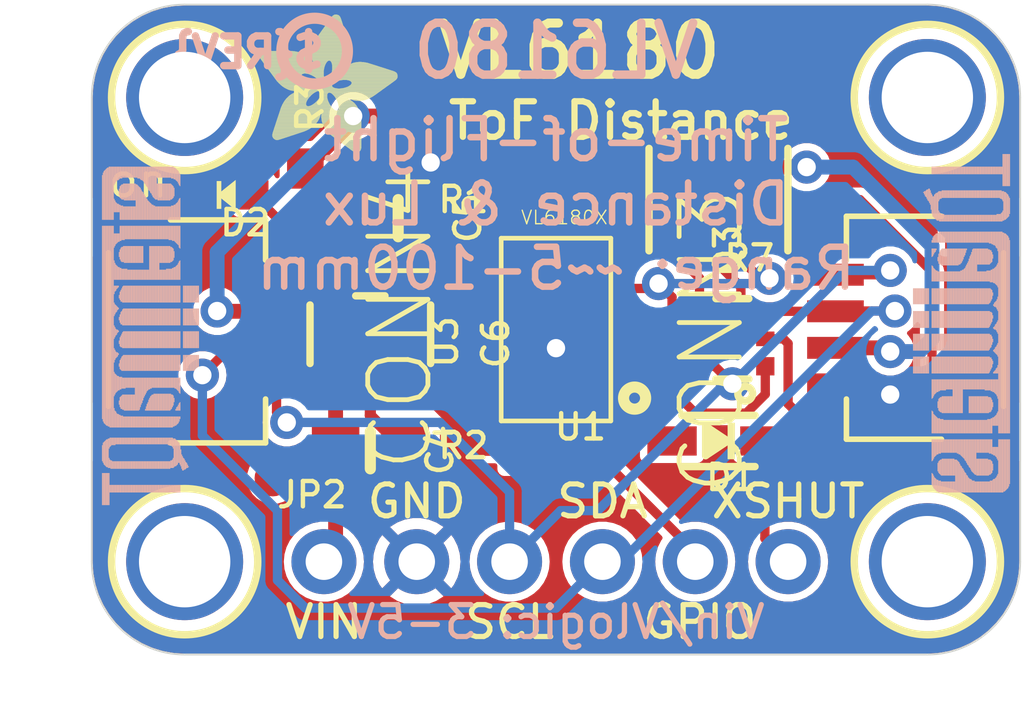
<source format=kicad_pcb>
(kicad_pcb (version 20221018) (generator pcbnew)
  (layers (0 "F.Cu" signal) (31 "B.Cu" signal) (34 "B.Paste" user) (35 "F.Paste" user) (36 "B.SilkS" user "B.Silkscreen") (37 "F.SilkS" user "F.Silkscreen") (38 "B.Mask" user) (39 "F.Mask" user) (44 "Edge.Cuts" user))
  (net 0 "")
  (net 1 "SDA")
  (net 2 "SCL")
  (net 3 "GND")
  (net 4 "GPIO")
  (net 5 "XSHUT")
  (net 6 "XSHUT_2.8V")
  (net 7 "2.8V")
  (net 8 "SCL_3V")
  (net 9 "SDA_3V")
  (net 10 "VCC")
  (net 11 "N$1")
  (footprint "working:0805-NO" (layer "F.Cu") (at 143.4211 108.3056)
    (fp_text reference "C4" (at 1.905 -0.762 90) (layer "F.SilkS") (effects (font (size 0.692831 0.692831) (thickness 0.119969)) (justify right)))
    (fp_text value "10uF")
    (pad "1" smd rect (at -0.95 0) (size 1.3 1.5) (layers "F.Cu" "F.Paste" "F.Mask") (net 10 "VCC"))
    (pad "2" smd rect (at 0.95 0) (size 1.3 1.5) (layers "F.Cu" "F.Paste" "F.Mask") (net 3 "GND"))
  )
  (footprint "working:CHIPLED_0603_NOOUTLINE" (layer "F.Cu") (at 139.4841 101.3206 90)
    (fp_text reference "D2" (at -0.762 1.27) (layer "F.SilkS") (effects (font (size 0.692831 0.692831) (thickness 0.119969)) (justify right)))
    (fp_text value "GREEN")
    (pad "A" smd rect (at 0 0.75 90) (size 0.8 0.8) (layers "F.Cu" "F.Paste" "F.Mask") (net 11 "N$1"))
    (pad "C" smd rect (at 0 -0.75 90) (size 0.8 0.8) (layers "F.Cu" "F.Paste" "F.Mask") (net 3 "GND"))
  )
  (footprint "working:0603-NO" (layer "F.Cu") (at 148.5011 101.5746 180)
    (fp_text reference "R1" (at 1.778 0.127) (layer "F.SilkS") (effects (font (size 0.692831 0.692831) (thickness 0.119969)) (justify right)))
    (fp_text value "10K")
    (pad "1" smd rect (at -0.85 0 180) (size 1.1 1) (layers "F.Cu" "F.Paste" "F.Mask") (net 6 "XSHUT_2.8V"))
    (pad "2" smd rect (at 0.85 0 180) (size 1.1 1) (layers "F.Cu" "F.Paste" "F.Mask") (net 7 "2.8V"))
  )
  (footprint "working:MOUNTINGHOLE_2.5_PLATED" (layer "F.Cu") (at 158.6611 111.3536)
    (fp_text reference "U$34" hide)
    (fp_text value "MOUNTINGHOLE2.5" hide)
    (pad "P$1" thru_hole circle (at 0 0) (size 3.2 3.2) (drill 2.5) (layers "*.Cu" "*.Mask"))
    (zone (net 0) (net_name "") (layer "F.Cu") (connect_pads (clearance 0)) (min_thickness 0.25)
      (keepout (tracks not_allowed) (vias not_allowed) (pads not_allowed) (copperpour not_allowed) (footprints allowed))
      (fill (thermal_gap 0.5) (thermal_bridge_width 0.5))
      (polygon (pts (xy 160.6771 111.3536) (xy 160.65748 111.073027) (xy 160.599004 110.797915) (xy 160.502808 110.533619) (xy 160.370765 110.285283) (xy 160.205446 110.05774) (xy 160.010067 109.85542) (xy 159.788433 109.68226) (xy 159.544856 109.541631) (xy 159.284078 109.43627) (xy 159.011175 109.368228) (xy 158.731457 109.338828) (xy 158.450371 109.348644) (xy 158.173385 109.397484) (xy 157.905893 109.484397) (xy 157.6531 109.607693) (xy 157.419926 109.76497) (xy 157.210911 109.953169) (xy 157.030122 110.168625) (xy 156.881078 110.407145) (xy 156.76668 110.664087) (xy 156.689154 110.93445) (xy 156.650011 111.212971) (xy 156.650011 111.494229) (xy 156.689154 111.77275) (xy 156.76668 112.043113) (xy 156.881078 112.300055) (xy 157.030122 112.538575) (xy 157.210911 112.754031) (xy 157.419926 112.94223) (xy 157.6531 113.099507) (xy 157.905893 113.222803) (xy 158.173385 113.309716) (xy 158.450371 113.358556) (xy 158.731457 113.368372) (xy 159.011175 113.338972) (xy 159.284078 113.27093) (xy 159.544856 113.165569) (xy 159.788433 113.02494) (xy 160.010067 112.85178) (xy 160.205446 112.64946) (xy 160.370765 112.421917) (xy 160.502808 112.173581) (xy 160.599004 111.909285) (xy 160.65748 111.634173)))
      (polygon (pts (xy 158.6451 111.3536) (xy 158.649786 111.364914) (xy 158.6611 111.3696) (xy 158.672414 111.364914) (xy 158.6771 111.3536) (xy 158.672414 111.342286) (xy 158.6611 111.3376) (xy 158.649786 111.342286)))
    )
    (zone (net 0) (net_name "") (layer "B.Cu") (connect_pads (clearance 0)) (min_thickness 0.25)
      (keepout (tracks not_allowed) (vias not_allowed) (pads not_allowed) (copperpour not_allowed) (footprints allowed))
      (fill (thermal_gap 0.5) (thermal_bridge_width 0.5))
      (polygon (pts (xy 160.6771 111.3536) (xy 160.65748 111.073027) (xy 160.599004 110.797915) (xy 160.502808 110.533619) (xy 160.370765 110.285283) (xy 160.205446 110.05774) (xy 160.010067 109.85542) (xy 159.788433 109.68226) (xy 159.544856 109.541631) (xy 159.284078 109.43627) (xy 159.011175 109.368228) (xy 158.731457 109.338828) (xy 158.450371 109.348644) (xy 158.173385 109.397484) (xy 157.905893 109.484397) (xy 157.6531 109.607693) (xy 157.419926 109.76497) (xy 157.210911 109.953169) (xy 157.030122 110.168625) (xy 156.881078 110.407145) (xy 156.76668 110.664087) (xy 156.689154 110.93445) (xy 156.650011 111.212971) (xy 156.650011 111.494229) (xy 156.689154 111.77275) (xy 156.76668 112.043113) (xy 156.881078 112.300055) (xy 157.030122 112.538575) (xy 157.210911 112.754031) (xy 157.419926 112.94223) (xy 157.6531 113.099507) (xy 157.905893 113.222803) (xy 158.173385 113.309716) (xy 158.450371 113.358556) (xy 158.731457 113.368372) (xy 159.011175 113.338972) (xy 159.284078 113.27093) (xy 159.544856 113.165569) (xy 159.788433 113.02494) (xy 160.010067 112.85178) (xy 160.205446 112.64946) (xy 160.370765 112.421917) (xy 160.502808 112.173581) (xy 160.599004 111.909285) (xy 160.65748 111.634173)))
      (polygon (pts (xy 158.6451 111.3536) (xy 158.649786 111.364914) (xy 158.6611 111.3696) (xy 158.672414 111.364914) (xy 158.6771 111.3536) (xy 158.672414 111.342286) (xy 158.6611 111.3376) (xy 158.649786 111.342286)))
    )
  )
  (footprint "working:VL6180" (layer "F.Cu") (at 148.5011 105.0036 180)
    (fp_text reference "U1" (at -1.440996 -2.665004) (layer "F.SilkS") (effects (font (size 0.692831 0.692831) (thickness 0.119969)) (justify right)))
    (fp_text value "VL6180X" (at -1.441 3.065996) (layer "F.SilkS") (effects (font (size 0.369824 0.369824) (thickness 0.036576)) (justify right)))
    (pad "1" smd rect (at -1.2 -1.875 90) (size 0.5 1) (layers "F.Cu" "F.Paste" "F.Mask") (net 4 "GPIO"))
    (pad "2" smd rect (at -1.2 -1.125 90) (size 0.5 1) (layers "F.Cu" "F.Paste" "F.Mask"))
    (pad "3" smd rect (at -1.2 -0.375 90) (size 0.5 1) (layers "F.Cu" "F.Paste" "F.Mask"))
    (pad "4" smd rect (at -1.2 0.375 90) (size 0.5 1) (layers "F.Cu" "F.Paste" "F.Mask") (net 6 "XSHUT_2.8V"))
    (pad "5" smd rect (at -1.2 1.125 90) (size 0.5 1) (layers "F.Cu" "F.Paste" "F.Mask") (net 8 "SCL_3V"))
    (pad "6" smd rect (at -1.2 1.875 90) (size 0.5 1) (layers "F.Cu" "F.Paste" "F.Mask") (net 9 "SDA_3V"))
    (pad "7" smd rect (at 1.2 1.875 90) (size 0.5 1) (layers "F.Cu" "F.Paste" "F.Mask"))
    (pad "8" smd rect (at 1.2 1.125 90) (size 0.5 1) (layers "F.Cu" "F.Paste" "F.Mask") (net 7 "2.8V"))
    (pad "9" smd rect (at 1.2 0.375 90) (size 0.5 1) (layers "F.Cu" "F.Paste" "F.Mask") (net 3 "GND"))
    (pad "10" smd rect (at 1.2 -0.375 90) (size 0.5 1) (layers "F.Cu" "F.Paste" "F.Mask") (net 7 "2.8V"))
    (pad "11" smd rect (at 1.2 -1.125 90) (size 0.5 1) (layers "F.Cu" "F.Paste" "F.Mask"))
    (pad "12" smd rect (at 1.2 -1.875 90) (size 0.5 1) (layers "F.Cu" "F.Paste" "F.Mask") (net 3 "GND"))
  )
  (footprint "working:0603-NO" (layer "F.Cu") (at 141.6431 101.4476 90)
    (fp_text reference "R3" (at 1.778 0.127 90) (layer "F.SilkS") (effects (font (size 0.692831 0.692831) (thickness 0.119969)) (justify left)))
    (fp_text value "10K")
    (pad "1" smd rect (at -0.85 0 90) (size 1.1 1) (layers "F.Cu" "F.Paste" "F.Mask") (net 11 "N$1"))
    (pad "2" smd rect (at 0.85 0 90) (size 1.1 1) (layers "F.Cu" "F.Paste" "F.Mask") (net 10 "VCC"))
  )
  (footprint "working:MOUNTINGHOLE_2.5_PLATED" (layer "F.Cu") (at 158.6611 98.6536)
    (fp_text reference "U$31" hide)
    (fp_text value "MOUNTINGHOLE2.5" hide)
    (pad "P$1" thru_hole circle (at 0 0) (size 3.2 3.2) (drill 2.5) (layers "*.Cu" "*.Mask"))
    (zone (net 0) (net_name "") (layer "F.Cu") (connect_pads (clearance 0)) (min_thickness 0.25)
      (keepout (tracks not_allowed) (vias not_allowed) (pads not_allowed) (copperpour not_allowed) (footprints allowed))
      (fill (thermal_gap 0.5) (thermal_bridge_width 0.5))
      (polygon (pts (xy 160.6771 98.6536) (xy 160.65748 98.373027) (xy 160.599004 98.097915) (xy 160.502808 97.833619) (xy 160.370765 97.585283) (xy 160.205446 97.35774) (xy 160.010067 97.15542) (xy 159.788433 96.98226) (xy 159.544856 96.841631) (xy 159.284078 96.73627) (xy 159.011175 96.668228) (xy 158.731457 96.638828) (xy 158.450371 96.648644) (xy 158.173385 96.697484) (xy 157.905893 96.784397) (xy 157.6531 96.907693) (xy 157.419926 97.06497) (xy 157.210911 97.253169) (xy 157.030122 97.468625) (xy 156.881078 97.707145) (xy 156.76668 97.964087) (xy 156.689154 98.23445) (xy 156.650011 98.512971) (xy 156.650011 98.794229) (xy 156.689154 99.07275) (xy 156.76668 99.343113) (xy 156.881078 99.600055) (xy 157.030122 99.838575) (xy 157.210911 100.054031) (xy 157.419926 100.24223) (xy 157.6531 100.399507) (xy 157.905893 100.522803) (xy 158.173385 100.609716) (xy 158.450371 100.658556) (xy 158.731457 100.668372) (xy 159.011175 100.638972) (xy 159.284078 100.57093) (xy 159.544856 100.465569) (xy 159.788433 100.32494) (xy 160.010067 100.15178) (xy 160.205446 99.94946) (xy 160.370765 99.721917) (xy 160.502808 99.473581) (xy 160.599004 99.209285) (xy 160.65748 98.934173)))
      (polygon (pts (xy 158.6451 98.6536) (xy 158.649786 98.664914) (xy 158.6611 98.6696) (xy 158.672414 98.664914) (xy 158.6771 98.6536) (xy 158.672414 98.642286) (xy 158.6611 98.6376) (xy 158.649786 98.642286)))
    )
    (zone (net 0) (net_name "") (layer "B.Cu") (connect_pads (clearance 0)) (min_thickness 0.25)
      (keepout (tracks not_allowed) (vias not_allowed) (pads not_allowed) (copperpour not_allowed) (footprints allowed))
      (fill (thermal_gap 0.5) (thermal_bridge_width 0.5))
      (polygon (pts (xy 160.6771 98.6536) (xy 160.65748 98.373027) (xy 160.599004 98.097915) (xy 160.502808 97.833619) (xy 160.370765 97.585283) (xy 160.205446 97.35774) (xy 160.010067 97.15542) (xy 159.788433 96.98226) (xy 159.544856 96.841631) (xy 159.284078 96.73627) (xy 159.011175 96.668228) (xy 158.731457 96.638828) (xy 158.450371 96.648644) (xy 158.173385 96.697484) (xy 157.905893 96.784397) (xy 157.6531 96.907693) (xy 157.419926 97.06497) (xy 157.210911 97.253169) (xy 157.030122 97.468625) (xy 156.881078 97.707145) (xy 156.76668 97.964087) (xy 156.689154 98.23445) (xy 156.650011 98.512971) (xy 156.650011 98.794229) (xy 156.689154 99.07275) (xy 156.76668 99.343113) (xy 156.881078 99.600055) (xy 157.030122 99.838575) (xy 157.210911 100.054031) (xy 157.419926 100.24223) (xy 157.6531 100.399507) (xy 157.905893 100.522803) (xy 158.173385 100.609716) (xy 158.450371 100.658556) (xy 158.731457 100.668372) (xy 159.011175 100.638972) (xy 159.284078 100.57093) (xy 159.544856 100.465569) (xy 159.788433 100.32494) (xy 160.010067 100.15178) (xy 160.205446 99.94946) (xy 160.370765 99.721917) (xy 160.502808 99.473581) (xy 160.599004 99.209285) (xy 160.65748 98.934173)))
      (polygon (pts (xy 158.6451 98.6536) (xy 158.649786 98.664914) (xy 158.6611 98.6696) (xy 158.672414 98.664914) (xy 158.6771 98.6536) (xy 158.672414 98.642286) (xy 158.6611 98.6376) (xy 158.649786 98.642286)))
    )
  )
  (footprint "working:SOT363" (layer "F.Cu") (at 153.3271 105.2576 90)
    (fp_text reference "Q3" (at 1.651 -0.127 90) (layer "F.SilkS") (effects (font (size 0.692831 0.692831) (thickness 0.119969)) (justify left)))
    (fp_text value "BSS138")
    (pad "1" smd rect (at -0.75 0.9 90) (size 0.5 0.5) (layers "F.Cu" "F.Paste" "F.Mask") (net 8 "SCL_3V"))
    (pad "2" smd rect (at 0 0.9 90) (size 0.4 0.5) (layers "F.Cu" "F.Paste" "F.Mask") (net 7 "2.8V"))
    (pad "3" smd rect (at 0.75 0.9 90) (size 0.5 0.5) (layers "F.Cu" "F.Paste" "F.Mask") (net 1 "SDA"))
    (pad "4" smd rect (at 0.75 -0.9 90) (size 0.5 0.5) (layers "F.Cu" "F.Paste" "F.Mask") (net 9 "SDA_3V"))
    (pad "5" smd rect (at 0 -0.9 90) (size 0.4 0.5) (layers "F.Cu" "F.Paste" "F.Mask") (net 7 "2.8V"))
    (pad "6" smd rect (at -0.75 -0.9 90) (size 0.5 0.5) (layers "F.Cu" "F.Paste" "F.Mask") (net 2 "SCL"))
  )
  (footprint "working:ADAFRUIT_3.5MM" (layer "F.Cu") (at 140.3731 100.1776)
    (fp_text reference "U$36" hide)
    (fp_text value "" hide)
  )
  (footprint "working:JST_SH4" (layer "F.Cu") (at 158.6611 105.0036 90)
    (fp_text reference "CONN3" (at -4.6 -5.9 90) (layer "F.SilkS") (effects (font (size 1.647139 1.647139) (thickness 0.130861)) (justify left)))
    (fp_text value "STEMMA_I2C_QT" hide)
    (pad "1" smd rect (at -1.5 -2.514 180) (size 1.55 0.6) (layers "F.Cu" "F.Paste" "F.Mask") (net 3 "GND"))
    (pad "2" smd rect (at -0.5 -2.514 180) (size 1.55 0.6) (layers "F.Cu" "F.Paste" "F.Mask") (net 10 "VCC"))
    (pad "3" smd rect (at 0.5 -2.514 180) (size 1.55 0.6) (layers "F.Cu" "F.Paste" "F.Mask") (net 1 "SDA"))
    (pad "4" smd rect (at 1.5 -2.514 180) (size 1.55 0.6) (layers "F.Cu" "F.Paste" "F.Mask") (net 2 "SCL"))
    (pad "MT1" smd rect (at -2.8 1.386 180) (size 1.8 1.2) (layers "F.Cu" "F.Paste" "F.Mask"))
    (pad "MT2" smd rect (at 2.8 1.386 180) (size 1.8 1.2) (layers "F.Cu" "F.Paste" "F.Mask"))
  )
  (footprint "working:1X06_ROUND_70" (layer "F.Cu") (at 148.5011 111.3536)
    (fp_text reference "JP2" (at -7.6962 -1.8288) (layer "F.SilkS") (effects (font (size 0.692831 0.692831) (thickness 0.119969)) (justify left)))
    (fp_text value "")
    (pad "1" thru_hole circle (at -6.35 0 90) (size 1.778 1.778) (drill 1) (layers "*.Cu" "*.Mask") (net 10 "VCC"))
    (pad "2" thru_hole circle (at -3.81 0 90) (size 1.778 1.778) (drill 1) (layers "*.Cu" "*.Mask") (net 3 "GND"))
    (pad "3" thru_hole circle (at -1.27 0 90) (size 1.778 1.778) (drill 1) (layers "*.Cu" "*.Mask") (net 2 "SCL"))
    (pad "4" thru_hole circle (at 1.27 0 90) (size 1.778 1.778) (drill 1) (layers "*.Cu" "*.Mask") (net 1 "SDA"))
    (pad "5" thru_hole circle (at 3.81 0 90) (size 1.778 1.778) (drill 1) (layers "*.Cu" "*.Mask") (net 4 "GPIO"))
    (pad "6" thru_hole circle (at 6.35 0 90) (size 1.778 1.778) (drill 1) (layers "*.Cu" "*.Mask") (net 5 "XSHUT"))
  )
  (footprint "working:RESPACK_4X0603" (layer "F.Cu") (at 152.9461 101.4476 180)
    (fp_text reference "R7" (at -1.6 -1.6) (layer "F.SilkS") (effects (font (size 0.692831 0.692831) (thickness 0.119969)) (justify right)))
    (fp_text value "10K")
    (pad "1" smd rect (at -1.3 0.85 180) (size 0.45 0.9) (layers "F.Cu" "F.Paste" "F.Mask") (net 10 "VCC"))
    (pad "2" smd rect (at -0.4 0.85 180) (size 0.45 0.9) (layers "F.Cu" "F.Paste" "F.Mask") (net 7 "2.8V"))
    (pad "3" smd rect (at 0.4 0.85 180) (size 0.45 0.9) (layers "F.Cu" "F.Paste" "F.Mask") (net 10 "VCC"))
    (pad "4" smd rect (at 1.3 0.85 180) (size 0.45 0.9) (layers "F.Cu" "F.Paste" "F.Mask") (net 7 "2.8V"))
    (pad "5" smd rect (at 1.3 -0.85 180) (size 0.45 0.9) (layers "F.Cu" "F.Paste" "F.Mask") (net 9 "SDA_3V"))
    (pad "6" smd rect (at 0.4 -0.85 180) (size 0.45 0.9) (layers "F.Cu" "F.Paste" "F.Mask") (net 1 "SDA"))
    (pad "7" smd rect (at -0.4 -0.85 180) (size 0.45 0.9) (layers "F.Cu" "F.Paste" "F.Mask") (net 8 "SCL_3V"))
    (pad "8" smd rect (at -1.3 -0.85 180) (size 0.45 0.9) (layers "F.Cu" "F.Paste" "F.Mask") (net 2 "SCL"))
  )
  (footprint "working:FIDUCIAL_1MM" (layer "F.Cu") (at 140.7541 109.0676)
    (fp_text reference "FID1" hide)
    (fp_text value "FIDUCIAL_1MM" hide)
    (pad "1" smd roundrect (at 0 0) (size 1 1) (layers "F.Cu" "F.Mask") (roundrect_rratio 0.5))
  )
  (footprint "working:JST_SH4" (layer "F.Cu") (at 138.3411 105.0036 -90)
    (fp_text reference "CONN4" (at -4.6 -5.9 90) (layer "F.SilkS") (effects (font (size 1.647139 1.647139) (thickness 0.130861)) (justify right)))
    (fp_text value "STEMMA_I2C_QT" hide)
    (pad "1" smd rect (at -1.5 -2.514) (size 1.55 0.6) (layers "F.Cu" "F.Paste" "F.Mask") (net 3 "GND"))
    (pad "2" smd rect (at -0.5 -2.514) (size 1.55 0.6) (layers "F.Cu" "F.Paste" "F.Mask") (net 10 "VCC"))
    (pad "3" smd rect (at 0.5 -2.514) (size 1.55 0.6) (layers "F.Cu" "F.Paste" "F.Mask") (net 1 "SDA"))
    (pad "4" smd rect (at 1.5 -2.514) (size 1.55 0.6) (layers "F.Cu" "F.Paste" "F.Mask") (net 2 "SCL"))
    (pad "MT1" smd rect (at -2.8 1.386) (size 1.8 1.2) (layers "F.Cu" "F.Paste" "F.Mask"))
    (pad "MT2" smd rect (at 2.8 1.386) (size 1.8 1.2) (layers "F.Cu" "F.Paste" "F.Mask"))
  )
  (footprint "working:0603-NO" (layer "F.Cu") (at 145.9611 105.3846 -90)
    (fp_text reference "C6" (at -0.762 -0.889 90) (layer "F.SilkS") (effects (font (size 0.692831 0.692831) (thickness 0.119969)) (justify right)))
    (fp_text value "0.1uF")
    (pad "1" smd rect (at -0.85 0 270) (size 1.1 1) (layers "F.Cu" "F.Paste" "F.Mask") (net 7 "2.8V"))
    (pad "2" smd rect (at 0.85 0 270) (size 1.1 1) (layers "F.Cu" "F.Paste" "F.Mask") (net 3 "GND"))
  )
  (footprint "working:FIDUCIAL_1MM" (layer "F.Cu") (at 155.3591 97.3836)
    (fp_text reference "FID4" hide)
    (fp_text value "FIDUCIAL_1MM" hide)
    (pad "1" smd roundrect (at 0 0) (size 1 1) (layers "F.Cu" "F.Mask") (roundrect_rratio 0.5))
  )
  (footprint "working:0603-NO" (layer "F.Cu") (at 148.5011 108.3056 180)
    (fp_text reference "R2" (at 1.778 0.127) (layer "F.SilkS") (effects (font (size 0.692831 0.692831) (thickness 0.119969)) (justify right)))
    (fp_text value "10K")
    (pad "1" smd rect (at -0.85 0 180) (size 1.1 1) (layers "F.Cu" "F.Paste" "F.Mask") (net 4 "GPIO"))
    (pad "2" smd rect (at 0.85 0 180) (size 1.1 1) (layers "F.Cu" "F.Paste" "F.Mask") (net 7 "2.8V"))
  )
  (footprint "working:MOUNTINGHOLE_2.5_PLATED" (layer "F.Cu") (at 138.3411 98.6536)
    (fp_text reference "U$30" hide)
    (fp_text value "MOUNTINGHOLE2.5" hide)
    (pad "P$1" thru_hole circle (at 0 0) (size 3.2 3.2) (drill 2.5) (layers "*.Cu" "*.Mask"))
    (zone (net 0) (net_name "") (layer "F.Cu") (connect_pads (clearance 0)) (min_thickness 0.25)
      (keepout (tracks not_allowed) (vias not_allowed) (pads not_allowed) (copperpour not_allowed) (footprints allowed))
      (fill (thermal_gap 0.5) (thermal_bridge_width 0.5))
      (polygon (pts (xy 140.3571 98.6536) (xy 140.33748 98.373027) (xy 140.279004 98.097915) (xy 140.182808 97.833619) (xy 140.050765 97.585283) (xy 139.885446 97.35774) (xy 139.690067 97.15542) (xy 139.468433 96.98226) (xy 139.224856 96.841631) (xy 138.964078 96.73627) (xy 138.691175 96.668228) (xy 138.411457 96.638828) (xy 138.130371 96.648644) (xy 137.853385 96.697484) (xy 137.585893 96.784397) (xy 137.3331 96.907693) (xy 137.099926 97.06497) (xy 136.890911 97.253169) (xy 136.710122 97.468625) (xy 136.561078 97.707145) (xy 136.44668 97.964087) (xy 136.369154 98.23445) (xy 136.330011 98.512971) (xy 136.330011 98.794229) (xy 136.369154 99.07275) (xy 136.44668 99.343113) (xy 136.561078 99.600055) (xy 136.710122 99.838575) (xy 136.890911 100.054031) (xy 137.099926 100.24223) (xy 137.3331 100.399507) (xy 137.585893 100.522803) (xy 137.853385 100.609716) (xy 138.130371 100.658556) (xy 138.411457 100.668372) (xy 138.691175 100.638972) (xy 138.964078 100.57093) (xy 139.224856 100.465569) (xy 139.468433 100.32494) (xy 139.690067 100.15178) (xy 139.885446 99.94946) (xy 140.050765 99.721917) (xy 140.182808 99.473581) (xy 140.279004 99.209285) (xy 140.33748 98.934173)))
      (polygon (pts (xy 138.3251 98.6536) (xy 138.329786 98.664914) (xy 138.3411 98.6696) (xy 138.352414 98.664914) (xy 138.3571 98.6536) (xy 138.352414 98.642286) (xy 138.3411 98.6376) (xy 138.329786 98.642286)))
    )
    (zone (net 0) (net_name "") (layer "B.Cu") (connect_pads (clearance 0)) (min_thickness 0.25)
      (keepout (tracks not_allowed) (vias not_allowed) (pads not_allowed) (copperpour not_allowed) (footprints allowed))
      (fill (thermal_gap 0.5) (thermal_bridge_width 0.5))
      (polygon (pts (xy 140.3571 98.6536) (xy 140.33748 98.373027) (xy 140.279004 98.097915) (xy 140.182808 97.833619) (xy 140.050765 97.585283) (xy 139.885446 97.35774) (xy 139.690067 97.15542) (xy 139.468433 96.98226) (xy 139.224856 96.841631) (xy 138.964078 96.73627) (xy 138.691175 96.668228) (xy 138.411457 96.638828) (xy 138.130371 96.648644) (xy 137.853385 96.697484) (xy 137.585893 96.784397) (xy 137.3331 96.907693) (xy 137.099926 97.06497) (xy 136.890911 97.253169) (xy 136.710122 97.468625) (xy 136.561078 97.707145) (xy 136.44668 97.964087) (xy 136.369154 98.23445) (xy 136.330011 98.512971) (xy 136.330011 98.794229) (xy 136.369154 99.07275) (xy 136.44668 99.343113) (xy 136.561078 99.600055) (xy 136.710122 99.838575) (xy 136.890911 100.054031) (xy 137.099926 100.24223) (xy 137.3331 100.399507) (xy 137.585893 100.522803) (xy 137.853385 100.609716) (xy 138.130371 100.658556) (xy 138.411457 100.668372) (xy 138.691175 100.638972) (xy 138.964078 100.57093) (xy 139.224856 100.465569) (xy 139.468433 100.32494) (xy 139.690067 100.15178) (xy 139.885446 99.94946) (xy 140.050765 99.721917) (xy 140.182808 99.473581) (xy 140.279004 99.209285) (xy 140.33748 98.934173)))
      (polygon (pts (xy 138.3251 98.6536) (xy 138.329786 98.664914) (xy 138.3411 98.6696) (xy 138.352414 98.664914) (xy 138.3571 98.6536) (xy 138.352414 98.642286) (xy 138.3411 98.6376) (xy 138.329786 98.642286)))
    )
  )
  (footprint "working:SOD-323" (layer "F.Cu") (at 152.9461 108.0516 180)
    (fp_text reference "D1" (at -1.1 -1) (layer "F.SilkS") (effects (font (size 0.692831 0.692831) (thickness 0.119969)) (justify right)))
    (fp_text value "1N4148")
    (pad "A" smd rect (at 1.27 0 180) (size 1.35 0.8) (layers "F.Cu" "F.Paste" "F.Mask") (net 6 "XSHUT_2.8V"))
    (pad "C" smd rect (at -1.27 0 180) (size 1.35 0.8) (layers "F.Cu" "F.Paste" "F.Mask") (net 5 "XSHUT"))
  )
  (footprint "working:0805-NO" (layer "F.Cu") (at 144.1831 101.9556)
    (fp_text reference "C5" (at 1.905 -0.762 90) (layer "F.SilkS") (effects (font (size 0.692831 0.692831) (thickness 0.119969)) (justify right)))
    (fp_text value "10uF")
    (pad "1" smd rect (at -0.95 0) (size 1.3 1.5) (layers "F.Cu" "F.Paste" "F.Mask") (net 7 "2.8V"))
    (pad "2" smd rect (at 0.95 0) (size 1.3 1.5) (layers "F.Cu" "F.Paste" "F.Mask") (net 3 "GND"))
  )
  (footprint "working:SOT23-5" (layer "F.Cu") (at 143.4211 105.1306)
    (fp_text reference "U3" (at 2.032 -0.562 90) (layer "F.SilkS") (effects (font (size 0.692831 0.692831) (thickness 0.119969)) (justify right)))
    (fp_text value "LP5907-2.8V")
    (pad "1" smd rect (at -0.95 1.3001) (size 0.55 1.2) (layers "F.Cu" "F.Paste" "F.Mask") (net 10 "VCC"))
    (pad "2" smd rect (at 0 1.3001) (size 0.55 1.2) (layers "F.Cu" "F.Paste" "F.Mask") (net 3 "GND"))
    (pad "3" smd rect (at 0.95 1.3001) (size 0.55 1.2) (layers "F.Cu" "F.Paste" "F.Mask") (net 10 "VCC"))
    (pad "4" smd rect (at 0.95 -1.3001) (size 0.55 1.2) (layers "F.Cu" "F.Paste" "F.Mask"))
    (pad "5" smd rect (at -0.95 -1.3001) (size 0.55 1.2) (layers "F.Cu" "F.Paste" "F.Mask") (net 7 "2.8V"))
  )
  (footprint "working:MOUNTINGHOLE_2.5_PLATED" (layer "F.Cu") (at 138.3411 111.3536)
    (fp_text reference "U$33" hide)
    (fp_text value "MOUNTINGHOLE2.5" hide)
    (pad "P$1" thru_hole circle (at 0 0) (size 3.2 3.2) (drill 2.5) (layers "*.Cu" "*.Mask"))
    (zone (net 0) (net_name "") (layer "F.Cu") (connect_pads (clearance 0)) (min_thickness 0.25)
      (keepout (tracks not_allowed) (vias not_allowed) (pads not_allowed) (copperpour not_allowed) (footprints allowed))
      (fill (thermal_gap 0.5) (thermal_bridge_width 0.5))
      (polygon (pts (xy 140.3571 111.3536) (xy 140.33748 111.073027) (xy 140.279004 110.797915) (xy 140.182808 110.533619) (xy 140.050765 110.285283) (xy 139.885446 110.05774) (xy 139.690067 109.85542) (xy 139.468433 109.68226) (xy 139.224856 109.541631) (xy 138.964078 109.43627) (xy 138.691175 109.368228) (xy 138.411457 109.338828) (xy 138.130371 109.348644) (xy 137.853385 109.397484) (xy 137.585893 109.484397) (xy 137.3331 109.607693) (xy 137.099926 109.76497) (xy 136.890911 109.953169) (xy 136.710122 110.168625) (xy 136.561078 110.407145) (xy 136.44668 110.664087) (xy 136.369154 110.93445) (xy 136.330011 111.212971) (xy 136.330011 111.494229) (xy 136.369154 111.77275) (xy 136.44668 112.043113) (xy 136.561078 112.300055) (xy 136.710122 112.538575) (xy 136.890911 112.754031) (xy 137.099926 112.94223) (xy 137.3331 113.099507) (xy 137.585893 113.222803) (xy 137.853385 113.309716) (xy 138.130371 113.358556) (xy 138.411457 113.368372) (xy 138.691175 113.338972) (xy 138.964078 113.27093) (xy 139.224856 113.165569) (xy 139.468433 113.02494) (xy 139.690067 112.85178) (xy 139.885446 112.64946) (xy 140.050765 112.421917) (xy 140.182808 112.173581) (xy 140.279004 111.909285) (xy 140.33748 111.634173)))
      (polygon (pts (xy 138.3251 111.3536) (xy 138.329786 111.364914) (xy 138.3411 111.3696) (xy 138.352414 111.364914) (xy 138.3571 111.3536) (xy 138.352414 111.342286) (xy 138.3411 111.3376) (xy 138.329786 111.342286)))
    )
    (zone (net 0) (net_name "") (layer "B.Cu") (connect_pads (clearance 0)) (min_thickness 0.25)
      (keepout (tracks not_allowed) (vias not_allowed) (pads not_allowed) (copperpour not_allowed) (footprints allowed))
      (fill (thermal_gap 0.5) (thermal_bridge_width 0.5))
      (polygon (pts (xy 140.3571 111.3536) (xy 140.33748 111.073027) (xy 140.279004 110.797915) (xy 140.182808 110.533619) (xy 140.050765 110.285283) (xy 139.885446 110.05774) (xy 139.690067 109.85542) (xy 139.468433 109.68226) (xy 139.224856 109.541631) (xy 138.964078 109.43627) (xy 138.691175 109.368228) (xy 138.411457 109.338828) (xy 138.130371 109.348644) (xy 137.853385 109.397484) (xy 137.585893 109.484397) (xy 137.3331 109.607693) (xy 137.099926 109.76497) (xy 136.890911 109.953169) (xy 136.710122 110.168625) (xy 136.561078 110.407145) (xy 136.44668 110.664087) (xy 136.369154 110.93445) (xy 136.330011 111.212971) (xy 136.330011 111.494229) (xy 136.369154 111.77275) (xy 136.44668 112.043113) (xy 136.561078 112.300055) (xy 136.710122 112.538575) (xy 136.890911 112.754031) (xy 137.099926 112.94223) (xy 137.3331 113.099507) (xy 137.585893 113.222803) (xy 137.853385 113.309716) (xy 138.130371 113.358556) (xy 138.411457 113.368372) (xy 138.691175 113.338972) (xy 138.964078 113.27093) (xy 139.224856 113.165569) (xy 139.468433 113.02494) (xy 139.690067 112.85178) (xy 139.885446 112.64946) (xy 140.050765 112.421917) (xy 140.182808 112.173581) (xy 140.279004 111.909285) (xy 140.33748 111.634173)))
      (polygon (pts (xy 138.3251 111.3536) (xy 138.329786 111.364914) (xy 138.3411 111.3696) (xy 138.352414 111.364914) (xy 138.3571 111.3536) (xy 138.352414 111.342286) (xy 138.3411 111.3376) (xy 138.329786 111.342286)))
    )
  )
  (footprint "working:PCBFEAT-REV-040" (layer "B.Cu") (at 141.8971 97.3836 180)
    (fp_text reference "U$37" hide)
    (fp_text value "" hide)
    (fp_text user "${REV}" (at -0.3556 -0.508) (layer "B.SilkS") (effects (font (size 0.8128 0.8128) (thickness 0.2032)) (justify left bottom mirror)))
  )
  (footprint "working:STEMMAQT" (layer "B.Cu") (at 138.7221 100.5586 -90)
    (fp_text reference "U$39" hide)
    (fp_text value "" hide)
  )
  (footprint "working:STEMMAQT" (layer "B.Cu") (at 158.2801 109.4486 90)
    (fp_text reference "U$38" hide)
    (fp_text value "" hide)
  )
  (gr_line (start 135.8011 98.6536) (end 135.8011 111.3536) (stroke (width 0.05)) (layer "Edge.Cuts"))
  (gr_line (start 158.6611 96.1136) (end 138.3411 96.1136) (stroke (width 0.05)) (layer "Edge.Cuts"))
  (gr_arc (start 158.6611 96.1136) (mid 160.457151 96.857549) (end 161.2011 98.6536) (stroke (width 0.05)) (layer "Edge.Cuts"))
  (gr_arc (start 138.3411 113.8936) (mid 136.545049 113.149651) (end 135.8011 111.3536) (stroke (width 0.05)) (layer "Edge.Cuts"))
  (gr_arc (start 135.8011 98.6536) (mid 136.545049 96.857549) (end 138.3411 96.1136) (stroke (width 0.05)) (layer "Edge.Cuts"))
  (gr_line (start 161.2011 111.3536) (end 161.2011 98.6536) (stroke (width 0.05)) (layer "Edge.Cuts"))
  (gr_line (start 138.3411 113.8936) (end 158.6611 113.8936) (stroke (width 0.05)) (layer "Edge.Cuts"))
  (gr_arc (start 161.2011 111.3536) (mid 160.457151 113.149651) (end 158.6611 113.8936) (stroke (width 0.05)) (layer "Edge.Cuts"))
  (gr_text "Vin/Vlogic: 3-5V" (at 148.5011 113.0046) (layer "B.SilkS") (effects (font (size 0.87376 0.87376) (thickness 0.14224)) (justify mirror)))
  (gr_text "Time-of-Flight\nDistance & Lux\nRange: ~~5-100mm" (at 148.5011 101.5746) (layer "B.SilkS") (effects (font (size 1.0922 1.0922) (thickness 0.1778)) (justify mirror)))
  (gr_text "VL6180" (at 148.5011 97.3836) (layer "B.SilkS") (effects (font (size 1.41986 1.41986) (thickness 0.23114)) (justify mirror)))
  (gr_text "ToF Distance" (at 150.2791 99.2886) (layer "F.SilkS") (effects (font (size 0.97155 0.97155) (thickness 0.17145))))
  (gr_text "VIN" (at 142.1511 113.0046) (layer "F.SilkS") (effects (font (size 0.87376 0.87376) (thickness 0.14224))))
  (gr_text "SCL" (at 147.2311 113.0046) (layer "F.SilkS") (effects (font (size 0.87376 0.87376) (thickness 0.14224))))
  (gr_text "SDA" (at 149.7711 109.7026) (layer "F.SilkS") (effects (font (size 0.87376 0.87376) (thickness 0.14224))))
  (gr_text "on" (at 136.1821 101.4476) (layer "F.SilkS") (effects (font (size 0.89408 0.89408) (thickness 0.12192)) (justify left bottom)))
  (gr_text "VL6180" (at 149.1361 97.3836) (layer "F.SilkS") (effects (font (size 1.40335 1.40335) (thickness 0.24765))))
  (gr_text "GPIO" (at 152.4381 113.0046) (layer "F.SilkS") (effects (font (size 0.87376 0.87376) (thickness 0.14224))))
  (gr_text "GND" (at 144.6911 109.7026) (layer "F.SilkS") (effects (font (size 0.87376 0.87376) (thickness 0.14224))))
  (gr_text "XSHUT" (at 154.8511 109.7026) (layer "F.SilkS") (effects (font (size 0.87376 0.87376) (thickness 0.14224))))
  (segment (start 154.2311 104.5036) (end 154.2271 104.5076) (width 0.254) (layer "F.Cu") (net 1))
  (segment (start 153.7201 104.5076) (end 154.2271 104.5076) (width 0.254) (layer "F.Cu") (net 1))
  (segment (start 156.1471 104.5036) (end 154.2311 104.5036) (width 0.254) (layer "F.Cu") (net 1))
  (segment (start 152.5461 102.8256) (end 153.5597 103.8392) (width 0.254) (layer "F.Cu") (net 1))
  (segment (start 156.1471 104.5036) (end 156.1551 104.4956) (width 0.254) (layer "F.Cu") (net 1))
  (segment (start 153.5597 104.3472) (end 153.7201 104.5076) (width 0.254) (layer "F.Cu") (net 1))
  (segment (start 156.1551 104.4956) (end 157.7721 104.4956) (width 0.254) (layer "F.Cu") (net 1))
  (segment (start 152.5461 102.2976) (end 152.5461 102.8256) (width 0.254) (layer "F.Cu") (net 1))
  (segment (start 139.573887 105.5036) (end 138.826493 106.250994) (width 0.254) (layer "F.Cu") (net 1))
  (segment (start 140.8551 105.5036) (end 139.573887 105.5036) (width 0.254) (layer "F.Cu") (net 1))
  (segment (start 153.5597 103.8392) (end 153.5597 104.3472) (width 0.254) (layer "F.Cu") (net 1))
  (via (at 138.826493 106.250994) (size 0.9064) (drill 0.5) (layers "F.Cu" "B.Cu") (net 1))
  (via (at 157.7721 104.4956) (size 0.9064) (drill 0.5) (layers "F.Cu" "B.Cu") (net 1))
  (segment (start 140.8811 109.9566) (end 140.8811 111.8616) (width 0.254) (layer "B.Cu") (net 1))
  (segment (start 157.7721 104.4956) (end 157.1371 104.4956) (width 0.254) (layer "B.Cu") (net 1))
  (segment (start 138.826493 106.250994) (end 138.826493 107.901994) (width 0.254) (layer "B.Cu") (net 1))
  (segment (start 140.8811 111.8616) (end 141.6431 112.6236) (width 0.254) (layer "B.Cu") (net 1))
  (segment (start 148.5011 112.6236) (end 149.7711 111.3536) (width 0.254) (layer "B.Cu") (net 1))
  (segment (start 138.826493 107.901994) (end 140.8811 109.9566) (width 0.254) (layer "B.Cu") (net 1))
  (segment (start 149.7711 111.3536) (end 150.2791 111.3536) (width 0.254) (layer "B.Cu") (net 1))
  (segment (start 141.6431 112.6236) (end 148.5011 112.6236) (width 0.254) (layer "B.Cu") (net 1))
  (segment (start 157.1371 104.4956) (end 150.2791 111.3536) (width 0.254) (layer "B.Cu") (net 1))
  (segment (start 141.1351 107.5436) (end 140.8551 107.2636) (width 0.254) (layer "F.Cu") (net 2))
  (segment (start 153.3271 106.4872) (end 152.8475 106.0076) (width 0.254) (layer "F.Cu") (net 2))
  (segment (start 154.9411 102.2976) (end 156.1471 103.5036) (width 0.254) (layer "F.Cu") (net 2))
  (segment (start 152.4271 106.0076) (end 152.8475 106.0076) (width 0.254) (layer "F.Cu") (net 2))
  (segment (start 154.2461 102.2976) (end 154.9411 102.2976) (width 0.254) (layer "F.Cu") (net 2))
  (segment (start 157.5275 103.5036) (end 157.6451 103.386) (width 0.254) (layer "F.Cu") (net 2))
  (segment (start 156.1471 103.5036) (end 157.5275 103.5036) (width 0.254) (layer "F.Cu") (net 2))
  (segment (start 140.8551 106.5036) (end 140.8551 107.2636) (width 0.254) (layer "F.Cu") (net 2))
  (via (at 141.1351 107.5436) (size 0.9064) (drill 0.5) (layers "F.Cu" "B.Cu") (net 2))
  (via (at 153.3271 106.4872) (size 0.9064) (drill 0.5) (layers "F.Cu" "B.Cu") (net 2))
  (via (at 157.6451 103.386) (size 0.9064) (drill 0.5) (layers "F.Cu" "B.Cu") (net 2))
  (segment (start 147.2311 109.4486) (end 147.2311 111.3536) (width 0.254) (layer "B.Cu") (net 2))
  (segment (start 148.6281 109.9566) (end 149.6441 109.9566) (width 0.254) (layer "B.Cu") (net 2))
  (segment (start 147.2311 109.4486) (end 145.3261 107.5436) (width 0.254) (layer "B.Cu") (net 2))
  (segment (start 157.6451 103.386) (end 156.4283 103.386) (width 0.254) (layer "B.Cu") (net 2))
  (segment (start 149.6441 109.9566) (end 153.1135 106.4872) (width 0.254) (layer "B.Cu") (net 2))
  (segment (start 147.2311 111.3536) (end 148.6281 109.9566) (width 0.254) (layer "B.Cu") (net 2))
  (segment (start 156.4283 103.386) (end 153.3271 106.4872) (width 0.254) (layer "B.Cu") (net 2))
  (segment (start 141.1351 107.5436) (end 145.3261 107.5436) (width 0.254) (layer "B.Cu") (net 2))
  (segment (start 153.3271 106.4872) (end 153.1135 106.4872) (width 0.254) (layer "B.Cu") (net 2))
  (segment (start 147.3011 106.8786) (end 146.6051 106.8786) (width 0.254) (layer "F.Cu") (net 3))
  (segment (start 146.6051 106.8786) (end 145.9611 106.2346) (width 0.254) (layer "F.Cu") (net 3))
  (segment (start 143.4211 107.3556) (end 144.3711 108.3056) (width 0.3048) (layer "F.Cu") (net 3))
  (segment (start 143.4211 106.4307) (end 143.4211 107.3556) (width 0.3048) (layer "F.Cu") (net 3))
  (via (at 145.0721 100.4316) (size 0.9064) (drill 0.5) (layers "F.Cu" "B.Cu") (net 3))
  (via (at 148.5011 105.5116) (size 0.9064) (drill 0.5) (layers "F.Cu" "B.Cu") (net 3))
  (via (at 157.6451 106.7816) (size 0.9064) (drill 0.5) (layers "F.Cu" "B.Cu") (net 3))
  (segment (start 149.7011 107.9556) (end 149.3511 108.3056) (width 0.254) (layer "F.Cu") (net 4))
  (segment (start 149.5171 108.3056) (end 152.3111 111.0996) (width 0.254) (layer "F.Cu") (net 4))
  (segment (start 149.3511 108.3056) (end 149.5171 108.3056) (width 0.254) (layer "F.Cu") (net 4))
  (segment (start 149.7011 106.8786) (end 149.7011 107.9556) (width 0.254) (layer "F.Cu") (net 4))
  (segment (start 152.3111 111.0996) (end 152.3111 111.3536) (width 0.254) (layer "F.Cu") (net 4))
  (segment (start 154.8511 111.3536) (end 154.2161 110.7186) (width 0.254) (layer "F.Cu") (net 5))
  (segment (start 154.2161 108.0516) (end 154.2161 110.7186) (width 0.254) (layer "F.Cu") (net 5))
  (segment (start 148.8709 104.4844) (end 148.8709 102.0548) (width 0.254) (layer "F.Cu") (net 6))
  (segment (start 151.0411 104.85465) (end 151.0411 107.5436) (width 0.254) (layer "F.Cu") (net 6))
  (segment (start 150.81505 104.6286) (end 151.0411 104.85465) (width 0.254) (layer "F.Cu") (net 6))
  (segment (start 149.7011 104.6286) (end 149.0151 104.6286) (width 0.254) (layer "F.Cu") (net 6))
  (segment (start 149.7011 104.6286) (end 150.81505 104.6286) (width 0.254) (layer "F.Cu") (net 6))
  (segment (start 151.0411 107.5436) (end 151.5491 108.0516) (width 0.254) (layer "F.Cu") (net 6))
  (segment (start 149.0151 104.6286) (end 148.8709 104.4844) (width 0.254) (layer "F.Cu") (net 6))
  (segment (start 151.5491 108.0516) (end 151.6761 108.0516) (width 0.254) (layer "F.Cu") (net 6))
  (segment (start 148.8709 102.0548) (end 149.3511 101.5746) (width 0.254) (layer "F.Cu") (net 6))
  (segment (start 145.7096 104.7861) (end 145.9611 104.5346) (width 0.3048) (layer "F.Cu") (net 7))
  (segment (start 154.2271 105.2576) (end 154.7241 105.2576) (width 0.254) (layer "F.Cu") (net 7))
  (segment (start 142.4711 103.8305) (end 142.5012 103.8305) (width 0.3048) (layer "F.Cu") (net 7))
  (segment (start 147.2311 101.5746) (end 146.2981 102.5076) (width 0.3048) (layer "F.Cu") (net 7))
  (segment (start 147.3011 105.3786) (end 146.7171 105.3786) (width 0.3048) (layer "F.Cu") (net 7))
  (segment (start 151.8031 101.4476) (end 152.9461 101.4476) (width 0.3048) (layer "F.Cu") (net 7))
  (segment (start 148.6671 100.5586) (end 151.6071 100.5586) (width 0.3048) (layer "F.Cu") (net 7))
  (segment (start 143.2331 101.9556) (end 143.2331 103.0986) (width 0.3048) (layer "F.Cu") (net 7))
  (segment (start 147.6511 101.5746) (end 147.2311 101.5746) (width 0.3048) (layer "F.Cu") (net 7))
  (segment (start 142.4711 103.8305) (end 142.739206 103.8305) (width 0.3048) (layer "F.Cu") (net 7))
  (segment (start 145.0721 104.7861) (end 145.0721 106.9086) (width 0.3048) (layer "F.Cu") (net 7))
  (segment (start 151.6071 100.5586) (end 151.6461 100.5976) (width 0.3048) (layer "F.Cu") (net 7))
  (segment (start 147.3011 103.8786) (end 146.6171 103.8786) (width 0.3048) (layer "F.Cu") (net 7))
  (segment (start 155.8671 108.0516) (end 157.6451 108.0516) (width 0.254) (layer "F.Cu") (net 7))
  (segment (start 154.8511 107.0356) (end 155.8671 108.0516) (width 0.254) (layer "F.Cu") (net 7))
  (segment (start 147.6511 101.5746) (end 148.6671 100.5586) (width 0.3048) (layer "F.Cu") (net 7))
  (segment (start 152.9461 101.4476) (end 153.0731 101.4476) (width 0.3048) (layer "F.Cu") (net 7))
  (segment (start 154.8511 105.3846) (end 154.8511 107.0356) (width 0.254) (layer "F.Cu") (net 7))
  (segment (start 151.6461 101.2906) (end 151.8031 101.4476) (width 0.3048) (layer "F.Cu") (net 7))
  (segment (start 145.0721 106.9086) (end 146.4691 108.3056) (width 0.3048) (layer "F.Cu") (net 7))
  (segment (start 153.3461 101.1746) (end 153.3461 100.5976) (width 0.3048) (layer "F.Cu") (net 7))
  (segment (start 146.6171 103.8786) (end 146.2981 104.1976) (width 0.3048) (layer "F.Cu") (net 7))
  (segment (start 151.6461 100.5976) (end 151.6461 101.2906) (width 0.3048) (layer "F.Cu") (net 7))
  (segment (start 152.4271 105.2576) (end 154.2271 105.2576) (width 0.254) (layer "F.Cu") (net 7))
  (segment (start 158.7881 103.4211) (end 156.8146 101.4476) (width 0.254) (layer "F.Cu") (net 7))
  (segment (start 145.0721 104.7861) (end 145.7096 104.7861) (width 0.3048) (layer "F.Cu") (net 7))
  (segment (start 154.7241 105.2576) (end 154.8511 105.3846) (width 0.254) (layer "F.Cu") (net 7))
  (segment (start 146.7171 105.3786) (end 145.9611 104.6226) (width 0.3048) (layer "F.Cu") (net 7))
  (segment (start 156.8146 101.4476) (end 152.9461 101.4476) (width 0.254) (layer "F.Cu") (net 7))
  (segment (start 157.6451 108.0516) (end 158.7881 106.9086) (width 0.254) (layer "F.Cu") (net 7))
  (segment (start 143.2331 103.0986) (end 142.5012 103.8305) (width 0.3048) (layer "F.Cu") (net 7))
  (segment (start 142.739206 103.8305) (end 143.694806 104.7861) (width 0.3048) (layer "F.Cu") (net 7))
  (segment (start 146.4691 108.3056) (end 147.6511 108.3056) (width 0.3048) (layer "F.Cu") (net 7))
  (segment (start 146.2981 102.5076) (end 146.2981 104.1976) (width 0.3048) (layer "F.Cu") (net 7))
  (segment (start 146.2981 104.1976) (end 145.9611 104.5346) (width 0.3048) (layer "F.Cu") (net 7))
  (segment (start 158.7881 106.9086) (end 158.7881 103.4211) (width 0.254) (layer "F.Cu") (net 7))
  (segment (start 143.694806 104.7861) (end 145.0721 104.7861) (width 0.3048) (layer "F.Cu") (net 7))
  (segment (start 153.0731 101.4476) (end 153.3461 101.1746) (width 0.3048) (layer "F.Cu") (net 7))
  (segment (start 145.9611 104.6226) (end 145.9611 104.5346) (width 0.3048) (layer "F.Cu") (net 7))
  (segment (start 149.7011 103.8786) (end 151.173 103.8786) (width 0.254) (layer "F.Cu") (net 8))
  (segment (start 153.7081 107.2896) (end 154.2271 106.7706) (width 0.254) (layer "F.Cu") (net 8))
  (segment (start 154.0837 103.6012) (end 153.3271 102.8446) (width 0.254) (layer "F.Cu") (net 8))
  (segment (start 151.173 103.8786) (end 151.30655 103.74505) (width 0.254) (layer "F.Cu") (net 8))
  (segment (start 151.6761 104.1146) (end 151.6761 106.6546) (width 0.254) (layer "F.Cu") (net 8))
  (segment (start 154.3431 103.6012) (end 154.0837 103.6012) (width 0.254) (layer "F.Cu") (net 8))
  (segment (start 154.2271 106.7706) (end 154.2271 106.0076) (width 0.254) (layer "F.Cu") (net 8))
  (segment (start 151.6761 106.6546) (end 152.3111 107.2896) (width 0.254) (layer "F.Cu") (net 8))
  (segment (start 152.3111 107.2896) (end 153.7081 107.2896) (width 0.254) (layer "F.Cu") (net 8))
  (segment (start 153.3271 102.8446) (end 153.3271 102.3166) (width 0.254) (layer "F.Cu") (net 8))
  (segment (start 151.30655 103.74505) (end 151.6761 104.1146) (width 0.254) (layer "F.Cu") (net 8))
  (segment (start 153.3271 102.3166) (end 153.3461 102.2976) (width 0.254) (layer "F.Cu") (net 8))
  (via (at 151.30655 103.74505) (size 0.9064) (drill 0.5) (layers "F.Cu" "B.Cu") (net 8))
  (via (at 154.3431 103.6012) (size 0.9064) (drill 0.5) (layers "F.Cu" "B.Cu") (net 8))
  (segment (start 154.19925 103.74505) (end 154.3431 103.6012) (width 0.254) (layer "B.Cu") (net 8))
  (segment (start 151.30655 103.74505) (end 154.19925 103.74505) (width 0.254) (layer "B.Cu") (net 8))
  (segment (start 149.7011 103.1286) (end 150.8151 103.1286) (width 0.254) (layer "F.Cu") (net 9))
  (segment (start 151.6461 102.8146) (end 151.6461 102.2976) (width 0.254) (layer "F.Cu") (net 9))
  (segment (start 152.4271 104.5076) (end 152.4271 103.5956) (width 0.254) (layer "F.Cu") (net 9))
  (segment (start 150.8151 103.1286) (end 151.6461 102.2976) (width 0.254) (layer "F.Cu") (net 9))
  (segment (start 152.4271 103.5956) (end 151.6461 102.8146) (width 0.254) (layer "F.Cu") (net 9))
  (segment (start 144.3711 105.6996) (end 144.0958 105.4243) (width 0.4064) (layer "F.Cu") (net 10))
  (segment (start 152.5651 99.1616) (end 153.8351 99.1616) (width 0.4064) (layer "F.Cu") (net 10))
  (segment (start 139.2381 104.5036) (end 139.2301 104.4956) (width 0.4064) (layer "F.Cu") (net 10))
  (segment (start 154.2461 100.5586) (end 154.2461 100.5976) (width 0.4064) (layer "F.Cu") (net 10))
  (segment (start 153.8351 99.1616) (end 154.2461 99.5726) (width 0.4064) (layer "F.Cu") (net 10))
  (segment (start 142.850762 105.4243) (end 142.763462 105.5116) (width 0.4064) (layer "F.Cu") (net 10))
  (segment (start 142.9521 99.2886) (end 142.9521 99.1616) (width 0.4064) (layer "F.Cu") (net 10))
  (segment (start 142.9521 99.2886) (end 141.6431 100.5976) (width 0.4064) (layer "F.Cu") (net 10))
  (segment (start 142.4711 106.4307) (end 142.4711 108.3056) (width 0.4064) (layer "F.Cu") (net 10))
  (segment (start 152.5461 100.5976) (end 152.5651 100.5786) (width 0.4064) (layer "F.Cu") (net 10))
  (segment (start 144.3711 106.4307) (end 144.3711 105.6996) (width 0.4064) (layer "F.Cu") (net 10))
  (segment (start 154.2461 99.5726) (end 154.2461 100.5586) (width 0.4064) (layer "F.Cu") (net 10))
  (segment (start 144.0958 105.4243) (end 142.850762 105.4243) (width 0.4064) (layer "F.Cu") (net 10))
  (segment (start 142.5981 105.4506) (end 141.6511 104.5036) (width 0.4064) (layer "F.Cu") (net 10))
  (segment (start 157.5435 105.5036) (end 157.6451 105.6052) (width 0.4064) (layer "F.Cu") (net 10))
  (segment (start 142.4711 106.4307) (end 142.4711 105.5116) (width 0.4064) (layer "F.Cu") (net 10))
  (segment (start 152.5651 100.5786) (end 152.5651 99.1616) (width 0.4064) (layer "F.Cu") (net 10))
  (segment (start 141.6511 104.5036) (end 140.8551 104.5036) (width 0.4064) (layer "F.Cu") (net 10))
  (segment (start 142.5981 105.5116) (end 142.5981 105.4506) (width 0.4064) (layer "F.Cu") (net 10))
  (segment (start 155.3591 100.5586) (end 154.2461 100.5586) (width 0.4064) (layer "F.Cu") (net 10))
  (segment (start 142.9521 99.1616) (end 152.5651 99.1616) (width 0.4064) (layer "F.Cu") (net 10))
  (segment (start 142.763462 105.5116) (end 142.5981 105.5116) (width 0.4064) (layer "F.Cu") (net 10))
  (segment (start 142.4711 111.0336) (end 142.4711 108.3056) (width 0.4064) (layer "F.Cu") (net 10))
  (segment (start 142.5981 105.5116) (end 142.4711 105.5116) (width 0.4064) (layer "F.Cu") (net 10))
  (segment (start 140.8551 104.5036) (end 139.2381 104.5036) (width 0.4064) (layer "F.Cu") (net 10))
  (segment (start 142.1511 111.3536) (end 142.4711 111.0336) (width 0.4064) (layer "F.Cu") (net 10))
  (segment (start 156.1471 105.5036) (end 157.5435 105.5036) (width 0.4064) (layer "F.Cu") (net 10))
  (via (at 157.6451 105.6052) (size 0.9064) (drill 0.5) (layers "F.Cu" "B.Cu") (net 10))
  (via (at 142.9521 99.1616) (size 0.9064) (drill 0.5) (layers "F.Cu" "B.Cu") (net 10))
  (via (at 155.3591 100.5586) (size 0.9064) (drill 0.5) (layers "F.Cu" "B.Cu") (net 10))
  (via (at 139.2301 104.4956) (size 0.9064) (drill 0.5) (layers "F.Cu" "B.Cu") (net 10))
  (segment (start 139.2301 102.8836) (end 142.9521 99.1616) (width 0.4064) (layer "B.Cu") (net 10))
  (segment (start 158.7881 102.7176) (end 156.6291 100.5586) (width 0.4064) (layer "B.Cu") (net 10))
  (segment (start 139.2301 104.4956) (end 139.2301 102.8836) (width 0.4064) (layer "B.Cu") (net 10))
  (segment (start 157.6451 105.6052) (end 158.4405 105.6052) (width 0.4064) (layer "B.Cu") (net 10))
  (segment (start 158.4405 105.6052) (end 158.7881 105.2576) (width 0.4064) (layer "B.Cu") (net 10))
  (segment (start 156.6291 100.5586) (end 155.3591 100.5586) (width 0.4064) (layer "B.Cu") (net 10))
  (segment (start 158.7881 105.2576) (end 158.7881 102.7176) (width 0.4064) (layer "B.Cu") (net 10))
  (segment (start 141.2111 102.2976) (end 141.6431 102.2976) (width 0.254) (layer "F.Cu") (net 11))
  (segment (start 140.2341 101.3206) (end 141.2111 102.2976) (width 0.254) (layer "F.Cu") (net 11))
  (zone (net 3) (net_name "GND") (layer "F.Cu") (priority 6) (connect_pads (clearance 0.000001)) (min_thickness 0.127) (fill yes (thermal_gap 0.304) (thermal_bridge_width 0.304))
    (polygon (pts (xy 161.3281 114.0206) (xy 135.6741 114.0206) (xy 135.6741 95.9866) (xy 161.3281 95.9866)))
  )
  (zone (net 3) (net_name "GND") (layer "B.Cu") (priority 6) (connect_pads (clearance 0.000001)) (min_thickness 0.127) (fill yes (thermal_gap 0.304) (thermal_bridge_width 0.304))
    (polygon (pts (xy 161.3281 114.0206) (xy 135.6741 114.0206) (xy 135.6741 95.9866) (xy 161.3281 95.9866)))
  )
)
</source>
